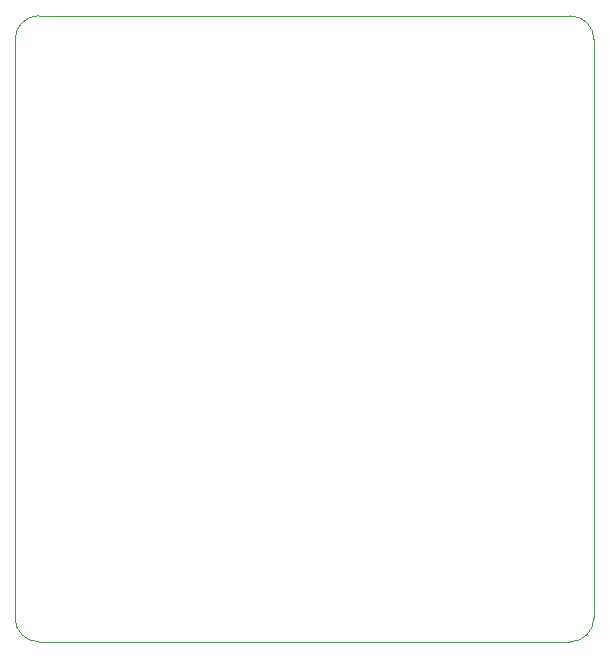
<source format=gbr>
%TF.GenerationSoftware,KiCad,Pcbnew,7.0.2-0*%
%TF.CreationDate,2023-04-20T17:22:29-07:00*%
%TF.ProjectId,RGProgrammer_V1,52475072-6f67-4726-916d-6d65725f5631,rev?*%
%TF.SameCoordinates,Original*%
%TF.FileFunction,Profile,NP*%
%FSLAX46Y46*%
G04 Gerber Fmt 4.6, Leading zero omitted, Abs format (unit mm)*
G04 Created by KiCad (PCBNEW 7.0.2-0) date 2023-04-20 17:22:29*
%MOMM*%
%LPD*%
G01*
G04 APERTURE LIST*
%TA.AperFunction,Profile*%
%ADD10C,0.100000*%
%TD*%
G04 APERTURE END LIST*
D10*
X126000000Y-110000000D02*
G75*
G03*
X128000000Y-112000000I2000000J0D01*
G01*
X128000000Y-59000000D02*
G75*
G03*
X126000000Y-61000000I0J-2000000D01*
G01*
X128000000Y-59000000D02*
X173000000Y-59000000D01*
X173000000Y-112000000D02*
G75*
G03*
X175000000Y-110000000I0J2000000D01*
G01*
X175000000Y-61000000D02*
X175000000Y-110000000D01*
X128000000Y-112000000D02*
X173000000Y-112000000D01*
X175000000Y-61000000D02*
G75*
G03*
X173000000Y-59000000I-2000000J0D01*
G01*
X126000000Y-110000000D02*
X126000000Y-61000000D01*
M02*

</source>
